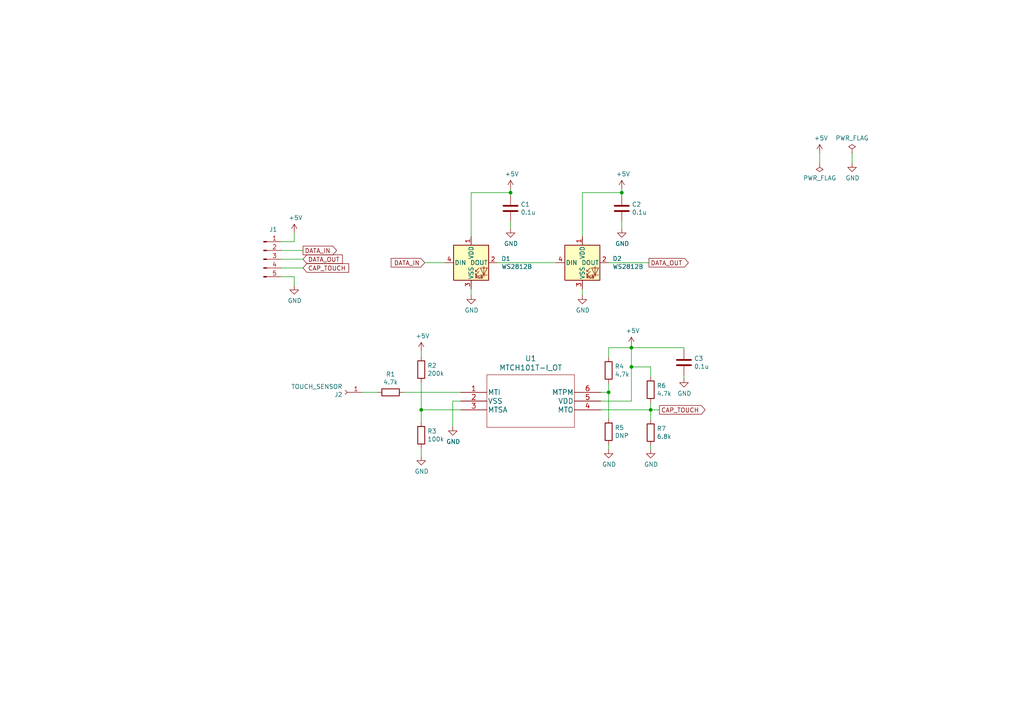
<source format=kicad_sch>
(kicad_sch (version 20230121) (generator eeschema)
  (paper "A4")
  (lib_symbols
    (symbol "Device:C" (pin_numbers hide) (pin_names (offset 0.254))
      (property "Reference" "C" (at 0.635 2.54 0))
      (property "Value" "C" (at 0.635 -2.54 0))
      (symbol "C_0_1"
        (polyline (pts (xy -2.032 -0.762) (xy 2.032 -0.762)) (stroke (width 0.508)))
        (polyline (pts (xy -2.032 0.762) (xy 2.032 0.762)) (stroke (width 0.508)))
      )
      (symbol "C_1_1"
        (pin passive line (at 0 3.81 270) (length 2.794) (name "~") (number "1"))
        (pin passive line (at 0 -3.81 90) (length 2.794) (name "~") (number "2"))
      )
    )
    (symbol "Device:R" (pin_numbers hide) (pin_names (offset 0))
      (property "Reference" "R" (at 2.032 0 90))
      (property "Value" "R" (at 0 0 90))
      (symbol "R_0_1"
        (rectangle (start -1.016 -2.54) (end 1.016 2.54) (stroke (width 0.254)))
      )
      (symbol "R_1_1"
        (pin passive line (at 0 3.81 270) (length 1.27) (name "~") (number "1"))
        (pin passive line (at 0 -3.81 90) (length 1.27) (name "~") (number "2"))
      )
    )
    (symbol "LED:WS2812B" (pin_names (offset 0.254))
      (property "Reference" "D" (at 5.08 5.715 0))
      (property "Value" "WS2812B" (at 1.27 -5.715 0))
      (symbol "WS2812B_0_0"
        (text "RGB" (at 2.286 -4.191 0) (effects (font (size 0.762 0.762))))
      )
      (symbol "WS2812B_0_1"
        (polyline (pts (xy 1.27 -3.556) (xy 1.778 -3.556)))
        (polyline (pts (xy 1.27 -2.54) (xy 1.778 -2.54)))
        (polyline (pts (xy 4.699 -3.556) (xy 2.667 -3.556)))
        (polyline (pts (xy 2.286 -2.54) (xy 1.27 -3.556) (xy 1.27 -3.048)))
        (polyline (pts (xy 2.286 -1.524) (xy 1.27 -2.54) (xy 1.27 -2.032)))
        (polyline (pts (xy 3.683 -1.016) (xy 3.683 -3.556) (xy 3.683 -4.064)))
        (polyline (pts (xy 4.699 -1.524) (xy 2.667 -1.524) (xy 3.683 -3.556) (xy 4.699 -1.524)))
        (rectangle (start 5.08 5.08) (end -5.08 -5.08) (stroke (width 0.254)) (fill (type background)))
      )
      (symbol "WS2812B_1_1"
        (pin power_in line (at 0 7.62 270) (length 2.54) (name "VDD") (number "1"))
        (pin output line (at 7.62 0 180) (length 2.54) (name "DOUT") (number "2"))
        (pin power_in line (at 0 -7.62 90) (length 2.54) (name "VSS") (number "3"))
        (pin input line (at -7.62 0 0) (length 2.54) (name "DIN") (number "4"))
      )
    )
    (symbol "SpaceCenter_TouchBoard_KiCAD-rescue:Conn_01x01_Female-Connector" (pin_names (offset 1.016) hide)
      (property "Reference" "J" (at 0 2.54 0))
      (property "Value" "Connector_Conn_01x01_Female" (at 0 -2.54 0))
      (symbol "Conn_01x01_Female-Connector_1_1"
        (polyline (pts (xy -1.27 0) (xy -0.508 0)) (stroke (width 0.1524)))
        (arc (start 0 0.508) (mid -0.5058 0) (end 0 -0.508) (stroke (width 0.1524)))
        (pin passive line (at -5.08 0 0) (length 3.81) (name "Pin_1") (number "1"))
      )
    )
    (symbol "SpaceCenter_TouchBoard_KiCAD-rescue:Conn_01x05_Male-Connector" (pin_names (offset 1.016) hide)
      (property "Reference" "J" (at 0 7.62 0))
      (property "Value" "Connector_Conn_01x05_Male" (at 0 -7.62 0))
      (symbol "Conn_01x05_Male-Connector_1_1"
        (polyline (pts (xy 1.27 -5.08) (xy 0.8636 -5.08)) (stroke (width 0.1524)))
        (polyline (pts (xy 1.27 -2.54) (xy 0.8636 -2.54)) (stroke (width 0.1524)))
        (polyline (pts (xy 1.27 0) (xy 0.8636 0)) (stroke (width 0.1524)))
        (polyline (pts (xy 1.27 2.54) (xy 0.8636 2.54)) (stroke (width 0.1524)))
        (polyline (pts (xy 1.27 5.08) (xy 0.8636 5.08)) (stroke (width 0.1524)))
        (rectangle (start 0.8636 -4.953) (end 0 -5.207) (stroke (width 0.1524)) (fill (type outline)))
        (rectangle (start 0.8636 -2.413) (end 0 -2.667) (stroke (width 0.1524)) (fill (type outline)))
        (rectangle (start 0.8636 0.127) (end 0 -0.127) (stroke (width 0.1524)) (fill (type outline)))
        (rectangle (start 0.8636 2.667) (end 0 2.413) (stroke (width 0.1524)) (fill (type outline)))
        (rectangle (start 0.8636 5.207) (end 0 4.953) (stroke (width 0.1524)) (fill (type outline)))
        (pin passive line (at 5.08 5.08 180) (length 3.81) (name "Pin_1") (number "1"))
        (pin passive line (at 5.08 2.54 180) (length 3.81) (name "Pin_2") (number "2"))
        (pin passive line (at 5.08 0 180) (length 3.81) (name "Pin_3") (number "3"))
        (pin passive line (at 5.08 -2.54 180) (length 3.81) (name "Pin_4") (number "4"))
        (pin passive line (at 5.08 -5.08 180) (length 3.81) (name "Pin_5") (number "5"))
      )
    )
    (symbol "SpaceCenter_TouchBoard_KiCAD-rescue:MTCH101T-I_OT-MTCH101T-I-OT" (pin_names (offset 0.254))
      (property "Reference" "U" (at 20.32 10.16 0))
      (property "Value" "MTCH101T-I-OT_MTCH101T-I_OT" (at 20.32 7.62 0))
      (symbol "MTCH101T-I_OT-MTCH101T-I-OT_1_1"
        (polyline (pts (xy 7.62 -10.16) (xy 33.02 -10.16)) (stroke (width 0.127)))
        (polyline (pts (xy 7.62 5.08) (xy 7.62 -10.16)) (stroke (width 0.127)))
        (polyline (pts (xy 33.02 -10.16) (xy 33.02 5.08)) (stroke (width 0.127)))
        (polyline (pts (xy 33.02 5.08) (xy 7.62 5.08)) (stroke (width 0.127)))
        (pin input line (at 0 0 0) (length 7.62) (name "MTI") (number "1"))
        (pin power_in line (at 0 -2.54 0) (length 7.62) (name "VSS") (number "2"))
        (pin input line (at 0 -5.08 0) (length 7.62) (name "MTSA") (number "3"))
        (pin output line (at 40.64 -5.08 180) (length 7.62) (name "MTO") (number "4"))
        (pin power_in line (at 40.64 -2.54 180) (length 7.62) (name "VDD") (number "5"))
        (pin unspecified line (at 40.64 0 180) (length 7.62) (name "MTPM") (number "6"))
      )
    )
    (symbol "power:+5V" (power) (pin_names (offset 0))
      (property "Value" "+5V" (at 0 3.556 0))
      (symbol "+5V_0_1"
        (polyline (pts (xy -0.762 1.27) (xy 0 2.54)))
        (polyline (pts (xy 0 0) (xy 0 2.54)))
        (polyline (pts (xy 0 2.54) (xy 0.762 1.27)))
      )
      (symbol "+5V_1_1"
        (pin power_in line (at 0 0 90) (length 0) hide (name "+5V") (number "1"))
      )
    )
    (symbol "power:GND" (power) (pin_names (offset 0))
      (property "Value" "GND" (at 0 -3.81 0))
      (symbol "GND_0_1"
        (polyline (pts (xy 0 0) (xy 0 -1.27) (xy 1.27 -1.27) (xy 0 -2.54) (xy -1.27 -1.27) (xy 0 -1.27)))
      )
      (symbol "GND_1_1"
        (pin power_in line (at 0 0 270) (length 0) hide (name "GND") (number "1"))
      )
    )
    (symbol "power:PWR_FLAG" (power) (pin_numbers hide) (pin_names (offset 0) hide)
      (property "Value" "PWR_FLAG" (at 0 3.81 0))
      (symbol "PWR_FLAG_0_0"
        (pin power_out line (at 0 0 90) (length 0) (name "pwr") (number "1"))
      )
      (symbol "PWR_FLAG_0_1"
        (polyline (pts (xy 0 0) (xy 0 1.27) (xy -1.016 1.905) (xy 0 2.54) (xy 1.016 1.905) (xy 0 1.27)))
      )
    )
  )
  (junction (at 122.174 118.872))
  (junction (at 188.722 118.872))
  (junction (at 176.53 113.792))
  (junction (at 180.34 55.88))
  (junction (at 183.134 100.838))
  (junction (at 148.082 55.88))
  (junction (at 183.134 106.426))
  (wire (pts (xy 180.34 66.294) (xy 180.34 64.262)))
  (wire (pts (xy 85.344 80.264) (xy 85.344 82.804)))
  (wire (pts (xy 183.134 116.332) (xy 183.134 106.426)))
  (wire (pts (xy 176.53 111.252) (xy 176.53 113.792)))
  (wire (pts (xy 176.53 113.792) (xy 174.244 113.792)))
  (wire (pts (xy 123.19 76.2) (xy 129.032 76.2)))
  (wire (pts (xy 188.722 106.426) (xy 183.134 106.426)))
  (wire (pts (xy 176.53 113.792) (xy 176.53 121.412)))
  (wire (pts (xy 198.374 100.838) (xy 198.374 101.346)))
  (wire (pts (xy 122.174 101.854) (xy 122.174 103.378)))
  (wire (pts (xy 188.722 130.302) (xy 188.722 129.286)))
  (wire (pts (xy 188.722 109.22) (xy 188.722 106.426)))
  (wire (pts (xy 81.534 70.104) (xy 85.344 70.104)))
  (wire (pts (xy 133.604 116.332) (xy 131.318 116.332)))
  (wire (pts (xy 183.134 100.838) (xy 183.134 100.33)))
  (wire (pts (xy 168.91 85.598) (xy 168.91 83.82)))
  (wire (pts (xy 117.094 113.792) (xy 133.604 113.792)))
  (wire (pts (xy 122.174 132.334) (xy 122.174 130.048)))
  (wire (pts (xy 247.142 47.244) (xy 247.142 44.45)))
  (wire (pts (xy 237.744 44.45) (xy 237.744 47.244)))
  (wire (pts (xy 180.34 54.864) (xy 180.34 55.88)))
  (wire (pts (xy 148.082 55.88) (xy 148.082 56.642)))
  (wire (pts (xy 188.214 76.2) (xy 176.53 76.2)))
  (wire (pts (xy 198.374 109.728) (xy 198.374 108.966)))
  (wire (pts (xy 168.91 55.88) (xy 180.34 55.88)))
  (wire (pts (xy 188.722 116.84) (xy 188.722 118.872)))
  (wire (pts (xy 180.34 55.88) (xy 180.34 56.642)))
  (wire (pts (xy 136.652 68.58) (xy 136.652 55.88)))
  (wire (pts (xy 188.722 118.872) (xy 191.262 118.872)))
  (wire (pts (xy 176.53 129.032) (xy 176.53 130.302)))
  (wire (pts (xy 148.082 54.864) (xy 148.082 55.88)))
  (wire (pts (xy 122.174 118.872) (xy 122.174 122.428)))
  (wire (pts (xy 148.082 66.294) (xy 148.082 64.262)))
  (wire (pts (xy 136.652 85.598) (xy 136.652 83.82)))
  (wire (pts (xy 122.174 110.998) (xy 122.174 118.872)))
  (wire (pts (xy 133.604 118.872) (xy 122.174 118.872)))
  (wire (pts (xy 174.244 118.872) (xy 188.722 118.872)))
  (wire (pts (xy 176.53 103.632) (xy 176.53 100.838)))
  (wire (pts (xy 188.722 121.666) (xy 188.722 118.872)))
  (wire (pts (xy 87.884 75.184) (xy 81.534 75.184)))
  (wire (pts (xy 85.344 70.104) (xy 85.344 67.564)))
  (wire (pts (xy 81.534 80.264) (xy 85.344 80.264)))
  (wire (pts (xy 136.652 55.88) (xy 148.082 55.88)))
  (wire (pts (xy 144.272 76.2) (xy 161.29 76.2)))
  (wire (pts (xy 176.53 100.838) (xy 183.134 100.838)))
  (wire (pts (xy 131.318 116.332) (xy 131.318 123.698)))
  (wire (pts (xy 183.134 100.838) (xy 198.374 100.838)))
  (wire (pts (xy 81.534 72.644) (xy 87.884 72.644)))
  (wire (pts (xy 174.244 116.332) (xy 183.134 116.332)))
  (wire (pts (xy 183.134 106.426) (xy 183.134 100.838)))
  (wire (pts (xy 168.91 68.58) (xy 168.91 55.88)))
  (wire (pts (xy 109.474 113.792) (xy 105.156 113.792)))
  (wire (pts (xy 81.534 77.724) (xy 87.884 77.724)))
  (global_label "DATA_OUT" (shape input) (at 87.884 75.184 0) (property "Intersheetrefs" "${INTERSHEET_REFS}" (effects hide)))
  (global_label "CAP_TOUCH" (shape input) (at 87.884 77.724 0) (property "Intersheetrefs" "${INTERSHEET_REFS}" (effects hide)))
  (global_label "DATA_OUT" (shape output) (at 188.214 76.2 0) (property "Intersheetrefs" "${INTERSHEET_REFS}" (effects hide)))
  (global_label "DATA_IN" (shape input) (at 123.19 76.2 180) (property "Intersheetrefs" "${INTERSHEET_REFS}" (effects hide)))
  (global_label "CAP_TOUCH" (shape output) (at 191.262 118.872 0) (property "Intersheetrefs" "${INTERSHEET_REFS}" (effects hide)))
  (global_label "DATA_IN" (shape output) (at 87.884 72.644 0) (property "Intersheetrefs" "${INTERSHEET_REFS}" (effects hide)))
  (symbol (lib_id "SpaceCenter_TouchBoard_KiCAD-rescue:Conn_01x05_Male-Connector") (at 76.454 75.184 0) (unit 1)
    (property "Reference" "J1" (at 79.248 66.548 0))
    (property "Value" "Conn_01x05_Male" (effects hide))
    (property "Footprint" "Connector_JST:JST_SH_BM05B-SRSS-TB_1x05-1MP_P1.00mm_Vertical" (effects hide))
  )
  (symbol (lib_id "Device:C") (at 148.082 60.452 0) (unit 1)
    (property "Reference" "C1" (at 151.003 59.2836 0) (effects (justify left)))
    (property "Value" "0.1u" (at 151.003 61.595 0) (effects (justify left)))
    (property "Footprint" "Capacitor_SMD:C_0402_1005Metric_Pad0.74x0.62mm_HandSolder" (effects hide))
  )
  (symbol (lib_id "power:+5V") (at 237.744 44.45 0) (unit 1)
    (property "Reference" "#PWR09" (effects hide))
    (property "Value" "+5V" (at 238.125 40.0558 0))
  )
  (symbol (lib_id "power:GND") (at 247.142 47.244 0) (unit 1)
    (property "Reference" "#PWR010" (effects hide))
    (property "Value" "GND" (at 247.269 51.6382 0))
  )
  (symbol (lib_id "power:PWR_FLAG") (at 237.744 47.244 180) (unit 1)
    (property "Reference" "#FLG01" (effects hide))
    (property "Value" "PWR_FLAG" (at 237.744 51.6382 0))
  )
  (symbol (lib_id "power:PWR_FLAG") (at 247.142 44.45 0) (unit 1)
    (property "Reference" "#FLG02" (effects hide))
    (property "Value" "PWR_FLAG" (at 247.142 40.0558 0))
  )
  (symbol (lib_id "power:+5V") (at 85.344 67.564 0) (unit 1)
    (property "Reference" "#PWR01" (effects hide))
    (property "Value" "+5V" (at 85.725 63.1698 0))
  )
  (symbol (lib_id "power:GND") (at 85.344 82.804 0) (unit 1)
    (property "Reference" "#PWR02" (effects hide))
    (property "Value" "GND" (at 85.471 87.1982 0))
  )
  (symbol (lib_id "SpaceCenter_TouchBoard_KiCAD-rescue:Conn_01x01_Female-Connector") (at 100.076 113.792 180) (unit 1)
    (property "Reference" "J2" (at 99.3648 114.4524 0) (effects (justify left)))
    (property "Value" "TOUCH_SENSOR" (at 99.3648 112.141 0) (effects (justify left)))
    (property "Footprint" "Connector_Wire:SolderWirePad_1x01_SMD_5x10mm" (effects hide))
  )
  (symbol (lib_id "power:+5V") (at 148.082 54.864 0) (unit 1)
    (property "Reference" "#PWR04" (effects hide))
    (property "Value" "+5V" (at 148.463 50.4698 0))
  )
  (symbol (lib_id "power:GND") (at 148.082 66.294 0) (unit 1)
    (property "Reference" "#PWR05" (effects hide))
    (property "Value" "GND" (at 148.209 70.6882 0))
  )
  (symbol (lib_id "power:GND") (at 136.652 85.598 0) (unit 1)
    (property "Reference" "#PWR03" (effects hide))
    (property "Value" "GND" (at 136.779 89.9922 0))
  )
  (symbol (lib_id "Device:C") (at 180.34 60.452 0) (unit 1)
    (property "Reference" "C2" (at 183.261 59.2836 0) (effects (justify left)))
    (property "Value" "0.1u" (at 183.261 61.595 0) (effects (justify left)))
    (property "Footprint" "Capacitor_SMD:C_0402_1005Metric_Pad0.74x0.62mm_HandSolder" (effects hide))
  )
  (symbol (lib_id "power:+5V") (at 180.34 54.864 0) (unit 1)
    (property "Reference" "#PWR07" (effects hide))
    (property "Value" "+5V" (at 180.721 50.4698 0))
  )
  (symbol (lib_id "power:GND") (at 180.34 66.294 0) (unit 1)
    (property "Reference" "#PWR08" (effects hide))
    (property "Value" "GND" (at 180.467 70.6882 0))
  )
  (symbol (lib_id "power:GND") (at 168.91 85.598 0) (unit 1)
    (property "Reference" "#PWR06" (effects hide))
    (property "Value" "GND" (at 169.037 89.9922 0))
  )
  (symbol (lib_id "SpaceCenter_TouchBoard_KiCAD-rescue:MTCH101T-I_OT-MTCH101T-I-OT") (at 133.604 113.792 0) (unit 1)
    (property "Reference" "U1" (at 153.924 103.9622 0) (effects (font (size 1.524 1.524))))
    (property "Value" "MTCH101T-I_OT" (at 153.924 106.6546 0) (effects (font (size 1.524 1.524))))
    (property "Footprint" "footprints:MTCH101T-I&slash_OT" (effects hide))
  )
  (symbol (lib_id "Device:R") (at 113.284 113.792 270) (unit 1)
    (property "Reference" "R1" (at 113.284 108.5342 90))
    (property "Value" "4.7k" (at 113.284 110.8456 90))
    (property "Footprint" "Resistor_SMD:R_0402_1005Metric_Pad0.72x0.64mm_HandSolder" (effects hide))
  )
  (symbol (lib_id "power:+5V") (at 183.134 100.33 0) (unit 1)
    (property "Reference" "#PWR015" (effects hide))
    (property "Value" "+5V" (at 183.515 95.9358 0))
  )
  (symbol (lib_id "Device:R") (at 188.722 113.03 180) (unit 1)
    (property "Reference" "R6" (at 190.5 111.8616 0) (effects (justify right)))
    (property "Value" "4.7k" (at 190.5 114.173 0) (effects (justify right)))
    (property "Footprint" "Resistor_SMD:R_0402_1005Metric_Pad0.72x0.64mm_HandSolder" (effects hide))
  )
  (symbol (lib_id "power:GND") (at 131.318 123.698 0) (unit 1)
    (property "Reference" "#PWR013" (effects hide))
    (property "Value" "GND" (at 131.445 128.0922 0))
  )
  (symbol (lib_id "Device:R") (at 122.174 126.238 180) (unit 1)
    (property "Reference" "R3" (at 123.952 125.0696 0) (effects (justify right)))
    (property "Value" "100k" (at 123.952 127.381 0) (effects (justify right)))
    (property "Footprint" "Resistor_SMD:R_0402_1005Metric_Pad0.72x0.64mm_HandSolder" (effects hide))
  )
  (symbol (lib_id "Device:R") (at 122.174 107.188 180) (unit 1)
    (property "Reference" "R2" (at 123.952 106.0196 0) (effects (justify right)))
    (property "Value" "200k" (at 123.952 108.331 0) (effects (justify right)))
    (property "Footprint" "Resistor_SMD:R_0402_1005Metric_Pad0.72x0.64mm_HandSolder" (effects hide))
  )
  (symbol (lib_id "power:GND") (at 122.174 132.334 0) (unit 1)
    (property "Reference" "#PWR012" (effects hide))
    (property "Value" "GND" (at 122.301 136.7282 0))
  )
  (symbol (lib_id "power:+5V") (at 122.174 101.854 0) (unit 1)
    (property "Reference" "#PWR011" (effects hide))
    (property "Value" "+5V" (at 122.555 97.4598 0))
  )
  (symbol (lib_id "Device:C") (at 198.374 105.156 0) (unit 1)
    (property "Reference" "C3" (at 201.295 103.9876 0) (effects (justify left)))
    (property "Value" "0.1u" (at 201.295 106.299 0) (effects (justify left)))
    (property "Footprint" "Capacitor_SMD:C_0402_1005Metric_Pad0.74x0.62mm_HandSolder" (effects hide))
  )
  (symbol (lib_id "power:GND") (at 198.374 109.728 0) (unit 1)
    (property "Reference" "#PWR017" (effects hide))
    (property "Value" "GND" (at 198.501 114.1222 0))
  )
  (symbol (lib_id "Device:R") (at 176.53 107.442 180) (unit 1)
    (property "Reference" "R4" (at 178.308 106.2736 0) (effects (justify right)))
    (property "Value" "4.7k" (at 178.308 108.585 0) (effects (justify right)))
    (property "Footprint" "Resistor_SMD:R_0402_1005Metric_Pad0.72x0.64mm_HandSolder" (effects hide))
  )
  (symbol (lib_id "Device:R") (at 176.53 125.222 180) (unit 1)
    (property "Reference" "R5" (at 178.308 124.0536 0) (effects (justify right)))
    (property "Value" "DNP" (at 178.308 126.365 0) (effects (justify right)))
    (property "Footprint" "Resistor_SMD:R_0402_1005Metric_Pad0.72x0.64mm_HandSolder" (effects hide))
  )
  (symbol (lib_id "power:GND") (at 176.53 130.302 0) (unit 1)
    (property "Reference" "#PWR014" (effects hide))
    (property "Value" "GND" (at 176.657 134.6962 0))
  )
  (symbol (lib_id "Device:R") (at 188.722 125.476 180) (unit 1)
    (property "Reference" "R7" (at 190.5 124.3076 0) (effects (justify right)))
    (property "Value" "6.8k" (at 190.5 126.619 0) (effects (justify right)))
    (property "Footprint" "Resistor_SMD:R_0402_1005Metric_Pad0.72x0.64mm_HandSolder" (effects hide))
  )
  (symbol (lib_id "power:GND") (at 188.722 130.302 0) (unit 1)
    (property "Reference" "#PWR016" (effects hide))
    (property "Value" "GND" (at 188.849 134.6962 0))
  )
  (symbol (lib_id "LED:WS2812B") (at 136.652 76.2 0) (unit 1)
    (property "Reference" "D1" (at 145.3896 75.0316 0) (effects (justify left)))
    (property "Value" "WS2812B" (at 145.3896 77.343 0) (effects (justify left)))
    (property "Footprint" "LED_SMD:LED_WS2812B_PLCC4_5.0x5.0mm_P3.2mm" (effects hide))
    (property "Datasheet" "https://cdn-shop.adafruit.com/datasheets/WS2812B.pdf" (effects hide))
  )
  (symbol (lib_id "LED:WS2812B") (at 168.91 76.2 0) (unit 1)
    (property "Reference" "D2" (at 177.6476 75.0316 0) (effects (justify left)))
    (property "Value" "WS2812B" (at 177.6476 77.343 0) (effects (justify left)))
    (property "Footprint" "LED_SMD:LED_WS2812B_PLCC4_5.0x5.0mm_P3.2mm" (effects hide))
    (property "Datasheet" "https://cdn-shop.adafruit.com/datasheets/WS2812B.pdf" (effects hide))
  )
)
</source>
